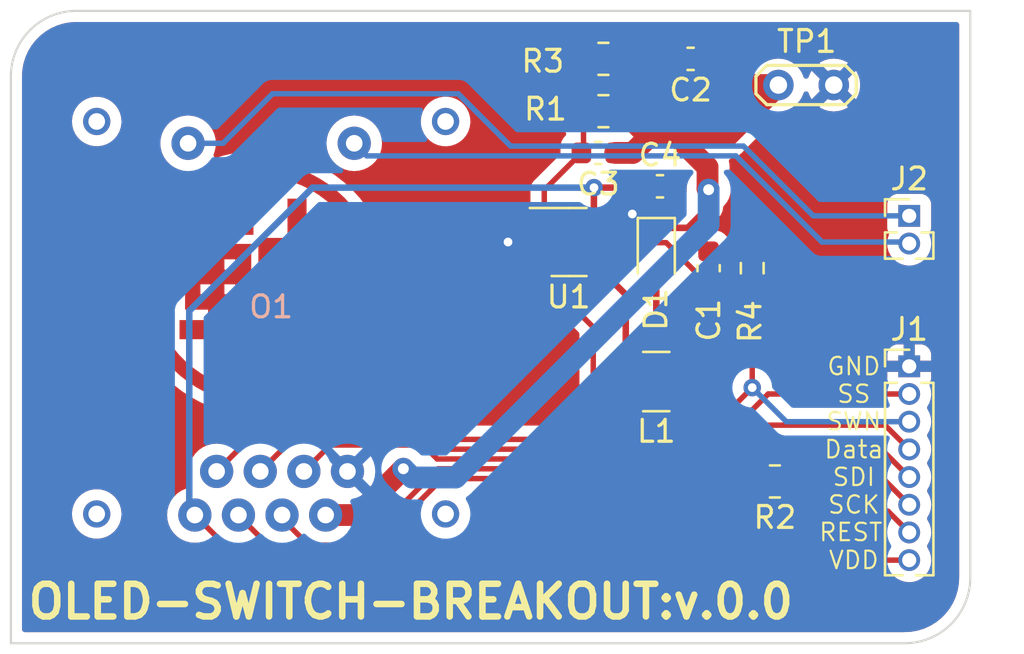
<source format=kicad_pcb>
(kicad_pcb (version 20211014) (generator pcbnew)
  (layers (0 "F.Cu" signal) (31 "B.Cu" signal) (34 "B.Paste" user) (35 "F.Paste" user) (36 "B.SilkS" user "B.Silkscreen") (37 "F.SilkS" user "F.Silkscreen") (38 "B.Mask" user) (39 "F.Mask" user) (44 "Edge.Cuts" user))
  (net 0 "")
  (net 1 "Net-(C1-Pad1)")
  (net 2 "GND")
  (net 3 "VCC")
  (net 4 "Net-(C3-Pad2)")
  (net 5 "Net-(D1-Pad2)")
  (net 6 "SHDN")
  (net 7 "Data")
  (net 8 "SDI")
  (net 9 "SCK")
  (net 10 "SlaveSelect")
  (net 11 "SW1")
  (net 12 "SW2")
  (net 13 "VDD")
  (net 14 "REST")
  (net 15 "Net-(O1-Pad7)")
  (footprint "Connector_PinHeader_1.27mm:PinHeader_1x02_P1.27mm_Vertical" (layer "F.Cu") (at 27.2 -5.6)
    (fp_text reference "J2" (at 0 -1.695) (layer "F.SilkS"))
    (fp_text value "sw_header")
    (fp_line (start -1.11 0.76) (end -1.11 1.965) (layer "F.SilkS") (width 0.12))
    (fp_line (start -1.11 1.965) (end -0.30753 1.965) (layer "F.SilkS") (width 0.12))
    (fp_line (start 1.11 0.76) (end 1.11 1.965) (layer "F.SilkS") (width 0.12))
    (fp_line (start 0.30753 1.965) (end 1.11 1.965) (layer "F.SilkS") (width 0.12))
    (fp_line (start -1.11 0) (end -1.11 -0.76) (layer "F.SilkS") (width 0.12))
    (fp_line (start -1.11 -0.76) (end 0 -0.76) (layer "F.SilkS") (width 0.12))
    (fp_line (start -1.11 0.76) (end -0.563471 0.76) (layer "F.SilkS") (width 0.12))
    (fp_line (start 0.563471 0.76) (end 1.11 0.76) (layer "F.SilkS") (width 0.12))
    (pad "1" thru_hole rect (at 0 0) (size 1 1) (drill 0.65) (layers *.Cu *.Mask) (net 11 "SW1"))
    (pad "2" thru_hole oval (at 0 1.27) (size 1 1) (drill 0.65) (layers *.Cu *.Mask) (net 12 "SW2"))
  )
  (footprint "Inductor_SMD:L_1210_3225Metric" (layer "F.Cu") (at 15.6 2 180)
    (fp_text reference "L1" (at 0 -2.28) (layer "F.SilkS"))
    (fp_text value "LQH32CN100K33L")
    (fp_line (start -0.602064 1.36) (end 0.602064 1.36) (layer "F.SilkS") (width 0.12))
    (fp_line (start -0.602064 -1.36) (end 0.602064 -1.36) (layer "F.SilkS") (width 0.12))
    (pad "1" smd roundrect (at -1.4 0 180) (size 1.25 2.65) (layers "F.Cu" "F.Paste" "F.Mask") (roundrect_rratio 0.2) (net 1 "Net-(C1-Pad1)"))
    (pad "2" smd roundrect (at 1.4 0 180) (size 1.25 2.65) (layers "F.Cu" "F.Paste" "F.Mask") (roundrect_rratio 0.2) (net 5 "Net-(D1-Pad2)"))
  )
  (footprint "TestPoint:TestPoint_2Pads_Pitch2.54mm_Drill0.8mm" (layer "F.Cu") (at 21.2 -11.6)
    (fp_text reference "TP1" (at 1.3 -2) (layer "F.SilkS"))
    (fp_text value "TestPoint_2Pole")
    (fp_line (start 3.07 -0.9) (end 3.57 -0.4) (layer "F.SilkS") (width 0.15))
    (fp_line (start -1.03 0.4) (end -1.03 -0.4) (layer "F.SilkS") (width 0.15))
    (fp_line (start -0.53 0.9) (end -1.03 0.4) (layer "F.SilkS") (width 0.15))
    (fp_line (start -1.03 -0.4) (end -0.53 -0.9) (layer "F.SilkS") (width 0.15))
    (fp_line (start -0.53 -0.9) (end 3.07 -0.9) (layer "F.SilkS") (width 0.15))
    (fp_line (start 3.57 0.4) (end 3.07 0.9) (layer "F.SilkS") (width 0.15))
    (fp_line (start 3.57 -0.4) (end 3.57 0.4) (layer "F.SilkS") (width 0.15))
    (fp_line (start 3.07 0.9) (end -0.53 0.9) (layer "F.SilkS") (width 0.15))
    (pad "1" thru_hole circle (at 0 0) (size 1.4 1.4) (drill 0.8) (layers *.Cu *.Mask) (net 3 "VCC"))
    (pad "2" thru_hole circle (at 2.54 0) (size 1.4 1.4) (drill 0.8) (layers *.Cu *.Mask) (net 2 "GND"))
  )
  (footprint "Capacitor_SMD:C_0603_1608Metric" (layer "F.Cu") (at 17.999999 -3.2 90)
    (fp_text reference "C1" (at -2.386427 0.007304 90) (layer "F.SilkS"))
    (fp_text value "4.7uF")
    (fp_line (start -0.14058 -0.51) (end 0.14058 -0.51) (layer "F.SilkS") (width 0.12))
    (fp_line (start -0.14058 0.51) (end 0.14058 0.51) (layer "F.SilkS") (width 0.12))
    (pad "1" smd roundrect (at -0.775 0 90) (size 0.9 0.95) (layers "F.Cu" "F.Paste" "F.Mask") (net 1 "Net-(C1-Pad1)"))
    (pad "2" smd roundrect (at 0.775 0 90) (size 0.9 0.95) (layers "F.Cu" "F.Paste" "F.Mask") (net 2 "GND"))
  )
  (footprint "Diode_SMD:D_SOD-323" (layer "F.Cu") (at 15.6 -4 -90)
    (fp_text reference "D1" (at 2.688414 0.017805 -90) (layer "F.SilkS"))
    (fp_text value "D_Schottky")
    (fp_line (start -1.5 -0.85) (end 1.05 -0.85) (layer "F.SilkS") (width 0.12))
    (fp_line (start -1.5 0.85) (end 1.05 0.85) (layer "F.SilkS") (width 0.12))
    (fp_line (start -1.5 -0.85) (end -1.5 0.85) (layer "F.SilkS") (width 0.12))
    (pad "1" smd rect (at -1.05 0 270) (size 0.6 0.45) (layers "F.Cu" "F.Paste" "F.Mask") (net 3 "VCC"))
    (pad "2" smd rect (at 1.05 0 270) (size 0.6 0.45) (layers "F.Cu" "F.Paste" "F.Mask") (net 5 "Net-(D1-Pad2)"))
  )
  (footprint "Capacitor_SMD:C_0603_1608Metric" (layer "F.Cu") (at 17.175 -12.8 180)
    (fp_text reference "C2" (at 0 -1.43) (layer "F.SilkS"))
    (fp_text value "1uF")
    (fp_line (start -0.14058 -0.51) (end 0.14058 -0.51) (layer "F.SilkS") (width 0.12))
    (fp_line (start -0.14058 0.51) (end 0.14058 0.51) (layer "F.SilkS") (width 0.12))
    (pad "1" smd roundrect (at -0.775 0 180) (size 0.9 0.95) (layers "F.Cu" "F.Paste" "F.Mask") (net 3 "VCC"))
    (pad "2" smd roundrect (at 0.775 0 180) (size 0.9 0.95) (layers "F.Cu" "F.Paste" "F.Mask") (net 2 "GND"))
  )
  (footprint "Resistor_SMD:R_0805_2012Metric" (layer "F.Cu") (at 13.175 -10.4)
    (fp_text reference "R1" (at -2.659548 -0.094257) (layer "F.SilkS"))
    (fp_text value "6.04M")
    (fp_line (start -0.227064 -0.735) (end 0.227064 -0.735) (layer "F.SilkS") (width 0.12))
    (fp_line (start -0.227064 0.735) (end 0.227064 0.735) (layer "F.SilkS") (width 0.12))
    (pad "1" smd roundrect (at -0.9125 0) (size 1.025 1.4) (layers "F.Cu" "F.Paste" "F.Mask") (roundrect_rratio 0.243902439) (net 4 "Net-(C3-Pad2)"))
    (pad "2" smd roundrect (at 0.9125 0) (size 1.025 1.4) (layers "F.Cu" "F.Paste" "F.Mask") (roundrect_rratio 0.243902439) (net 3 "VCC"))
  )
  (footprint "Resistor_SMD:R_0805_2012Metric" (layer "F.Cu") (at 21.039821 6.58122 180)
    (fp_text reference "R2" (at 0 -1.65) (layer "F.SilkS"))
    (fp_text value "25")
    (fp_line (start -0.227064 0.735) (end 0.227064 0.735) (layer "F.SilkS") (width 0.12))
    (fp_line (start -0.227064 -0.735) (end 0.227064 -0.735) (layer "F.SilkS") (width 0.12))
    (pad "1" smd roundrect (at -0.9125 0 180) (size 1.025 1.4) (layers "F.Cu" "F.Paste" "F.Mask") (roundrect_rratio 0.243902439) (net 9 "SCK"))
    (pad "2" smd roundrect (at 0.9125 0 180) (size 1.025 1.4) (layers "F.Cu" "F.Paste" "F.Mask") (roundrect_rratio 0.243902439) (net 15 "Net-(O1-Pad7)"))
  )
  (footprint "Capacitor_SMD:C_0603_1608Metric" (layer "F.Cu") (at 12.940167 -8.48661 180)
    (fp_text reference "C3" (at 0 -1.43) (layer "F.SilkS"))
    (fp_text value "4.7pF")
    (fp_line (start -0.14058 0.51) (end 0.14058 0.51) (layer "F.SilkS") (width 0.12))
    (fp_line (start -0.14058 -0.51) (end 0.14058 -0.51) (layer "F.SilkS") (width 0.12))
    (pad "1" smd roundrect (at -0.775 0 180) (size 0.9 0.95) (layers "F.Cu" "F.Paste" "F.Mask") (net 3 "VCC"))
    (pad "2" smd roundrect (at 0.775 0 180) (size 0.9 0.95) (layers "F.Cu" "F.Paste" "F.Mask") (net 4 "Net-(C3-Pad2)"))
  )
  (footprint "Connector_PinHeader_1.27mm:PinHeader_1x08_P1.27mm_Vertical" (layer "F.Cu") (at 27.2 1.3)
    (fp_text reference "J1" (at 0 -1.695) (layer "F.SilkS"))
    (fp_text value "8-pin header")
    (fp_line (start 0.563471 0.76) (end 1.11 0.76) (layer "F.SilkS") (width 0.12))
    (fp_line (start 1.11 0.76) (end 1.11 9.585) (layer "F.SilkS") (width 0.12))
    (fp_line (start -1.11 -0.76) (end 0 -0.76) (layer "F.SilkS") (width 0.12))
    (fp_line (start 0.30753 9.585) (end 1.11 9.585) (layer "F.SilkS") (width 0.12))
    (fp_line (start -1.11 0.76) (end -0.563471 0.76) (layer "F.SilkS") (width 0.12))
    (fp_line (start -1.11 9.585) (end -0.30753 9.585) (layer "F.SilkS") (width 0.12))
    (fp_line (start -1.11 0.76) (end -1.11 9.585) (layer "F.SilkS") (width 0.12))
    (fp_line (start -1.11 0) (end -1.11 -0.76) (layer "F.SilkS") (width 0.12))
    (pad "1" thru_hole rect (at 0 0) (size 1 1) (drill 0.65) (layers *.Cu *.Mask) (net 2 "GND"))
    (pad "2" thru_hole oval (at 0 1.27) (size 1 1) (drill 0.65) (layers *.Cu *.Mask) (net 10 "SlaveSelect"))
    (pad "3" thru_hole oval (at 0 2.54) (size 1 1) (drill 0.65) (layers *.Cu *.Mask) (net 6 "SHDN"))
    (pad "4" thru_hole oval (at 0 3.81) (size 1 1) (drill 0.65) (layers *.Cu *.Mask) (net 7 "Data"))
    (pad "5" thru_hole oval (at 0 5.08) (size 1 1) (drill 0.65) (layers *.Cu *.Mask) (net 8 "SDI"))
    (pad "6" thru_hole oval (at 0 6.35) (size 1 1) (drill 0.65) (layers *.Cu *.Mask) (net 9 "SCK"))
    (pad "7" thru_hole oval (at 0 7.62) (size 1 1) (drill 0.65) (layers *.Cu *.Mask) (net 14 "REST"))
    (pad "8" thru_hole oval (at 0 8.89) (size 1 1) (drill 0.65) (layers *.Cu *.Mask) (net 13 "VDD"))
  )
  (footprint "Resistor_SMD:R_0805_2012Metric" (layer "F.Cu") (at 13.175 -12.8 180)
    (fp_text reference "R3" (at 2.778638 -0.107989) (layer "F.SilkS"))
    (fp_text value "499k")
    (fp_line (start -0.227064 -0.735) (end 0.227064 -0.735) (layer "F.SilkS") (width 0.12))
    (fp_line (start -0.227064 0.735) (end 0.227064 0.735) (layer "F.SilkS") (width 0.12))
    (pad "1" smd roundrect (at -0.9125 0 180) (size 1.025 1.4) (layers "F.Cu" "F.Paste" "F.Mask") (roundrect_rratio 0.243902439) (net 2 "GND"))
    (pad "2" smd roundrect (at 0.9125 0 180) (size 1.025 1.4) (layers "F.Cu" "F.Paste" "F.Mask") (roundrect_rratio 0.243902439) (net 4 "Net-(C3-Pad2)"))
  )
  (footprint "Resistor_SMD:R_0603_1608Metric" (layer "F.Cu") (at 20 -3.2 -90)
    (fp_text reference "R4" (at 2.451385 0.098082 90) (layer "F.SilkS"))
    (fp_text value "10k")
    (fp_line (start -0.237258 -0.5225) (end 0.237258 -0.5225) (layer "F.SilkS") (width 0.12))
    (fp_line (start -0.237258 0.5225) (end 0.237258 0.5225) (layer "F.SilkS") (width 0.12))
    (pad "1" smd roundrect (at -0.825 0 270) (size 0.8 0.95) (layers "F.Cu" "F.Paste" "F.Mask") (net 2 "GND"))
    (pad "2" smd roundrect (at 0.825 0 270) (size 0.8 0.95) (layers "F.Cu" "F.Paste" "F.Mask") (net 6 "SHDN"))
  )
  (footprint "Package_TO_SOT_SMD:SOT-23-6" (layer "F.Cu") (at 11.6 -4.4)
    (fp_text reference "U1" (at -0.021653 2.519938) (layer "F.SilkS"))
    (fp_text value "MAX8574")
    (fp_line (start 0 1.56) (end 0.8 1.56) (layer "F.SilkS") (width 0.12))
    (fp_line (start 0 -1.56) (end -1.8 -1.56) (layer "F.SilkS") (width 0.12))
    (fp_line (start 0 -1.56) (end 0.8 -1.56) (layer "F.SilkS") (width 0.12))
    (fp_line (start 0 1.56) (end -0.8 1.56) (layer "F.SilkS") (width 0.12))
    (pad "1" smd roundrect (at -1.1375 -0.95) (size 1.325 0.6) (layers "F.Cu" "F.Paste" "F.Mask") (net 4 "Net-(C3-Pad2)"))
    (pad "2" smd roundrect (at -1.1375 0) (size 1.325 0.6) (layers "F.Cu" "F.Paste" "F.Mask") (net 2 "GND"))
    (pad "3" smd roundrect (at -1.1375 0.95) (size 1.325 0.6) (layers "F.Cu" "F.Paste" "F.Mask") (net 6 "SHDN"))
    (pad "4" smd roundrect (at 1.1375 0.95) (size 1.325 0.6) (layers "F.Cu" "F.Paste" "F.Mask") (net 5 "Net-(D1-Pad2)"))
    (pad "5" smd roundrect (at 1.1375 0) (size 1.325 0.6) (layers "F.Cu" "F.Paste" "F.Mask") (net 1 "Net-(C1-Pad1)"))
    (pad "6" smd roundrect (at 1.1375 -0.95) (size 1.325 0.6) (layers "F.Cu" "F.Paste" "F.Mask") (net 13 "VDD"))
  )
  (footprint "Capacitor_SMD:C_0603_1608Metric" (layer "F.Cu") (at 15.77 -6.955)
    (fp_text reference "C4" (at 0 -1.43) (layer "F.SilkS"))
    (fp_text value "1uF")
    (fp_line (start -0.14058 0.51) (end 0.14058 0.51) (layer "F.SilkS") (width 0.12))
    (fp_line (start -0.14058 -0.51) (end 0.14058 -0.51) (layer "F.SilkS") (width 0.12))
    (pad "1" smd roundrect (at -0.775 0) (size 0.9 0.95) (layers "F.Cu" "F.Paste" "F.Mask") (net 13 "VDD"))
    (pad "2" smd roundrect (at 0.775 0) (size 0.9 0.95) (layers "F.Cu" "F.Paste" "F.Mask") (net 2 "GND"))
  )
  (footprint "logo:icon-temp" (layer "F.Cu") (at -2.645 -2.51)
    (fp_text reference "H1" hide)
    (fp_text value "LOGO" hide)
    (fp_poly (pts (xy -1.4605 -3.090333) (xy -0.232833 -3.090333) (xy -0.232833 -2.2225) (xy -1.4605 -2.2225) (xy -1.4605 -1.799166) (xy -0.338666 -1.799166) (xy -0.338666 1.2065) (xy -1.4605 1.2065) (xy -1.4605 1.69273) (xy -0.799041 1.698324) (xy -0.137583 1.703917) (xy -0.126125 2.560563) (xy -0.788021 2.566156) (xy -1.449916 2.57175) (xy -1.461112 3.8735) (xy -2.307166 3.8735) (xy -2.307166 2.561167) (xy -3.6195 2.561167) (xy -3.6195 1.693334) (xy -2.307166 1.693334) (xy -2.307166 1.2065) (xy -3.3655 1.2065) (xy -3.3655 0.042334) (xy -2.667 0.042334) (xy -2.667 0.508) (xy -2.201333 0.508) (xy -2.201333 0.042334) (xy -1.566333 0.042334) (xy -1.566333 0.508) (xy -1.058333 0.508) (xy -1.058333 0.042334) (xy -1.566333 0.042334) (xy -2.201333 0.042334) (xy -2.667 0.042334) (xy -3.3655 0.042334) (xy -3.3655 -1.100666) (xy -2.667 -1.100666) (xy -2.667 -0.613833) (xy -2.201333 -0.613833) (xy -2.201333 -1.100666) (xy -1.566333 -1.100666) (xy -1.566333 -0.613833) (xy -1.058333 -0.613833) (xy -1.058333 -1.100666) (xy -1.566333 -1.100666) (xy -2.201333 -1.100666) (xy -2.667 -1.100666) (xy -3.3655 -1.100666) (xy -3.3655 -1.799166) (xy -2.307166 -1.799166) (xy -2.307166 -2.2225) (xy -3.534833 -2.2225) (xy -3.534833 -3.090333) (xy -2.307166 -3.090333) (xy -2.307166 -3.8735) (xy -1.4605 -3.8735) (xy -1.4605 -3.090333)) (layer "F.Cu") (width 0.01) (fill solid))
    (fp_poly (pts (xy 0.202977 -5.543092) (xy 0.372553 -5.538424) (xy 0.519128 -5.530867) (xy 0.609376 -5.52309) (xy 1.083437 -5.450107) (xy 1.545537 -5.337451) (xy 1.993497 -5.186617) (xy 2.425136 -4.9991) (xy 2.838273 -4.776395) (xy 3.230729 -4.519997) (xy 3.600322 -4.231402) (xy 3.944873 -3.912104) (xy 4.2622 -3.563599) (xy 4.550124 -3.187382) (xy 4.806464 -2.784948) (xy 4.929019 -2.561065) (xy 5.120152 -2.156964) (xy 5.273252 -1.754599) (xy 5.391341 -1.345384) (xy 5.447539 -1.088406) (xy 5.48373 -0.888112) (xy 5.510389 -0.705469) (xy 5.528694 -0.527387) (xy 5.539826 -0.340773) (xy 5.544966 -0.132538) (xy 5.545667 0) (xy 5.544405 0.144298) (xy 5.540909 0.290562) (xy 5.535614 0.427073) (xy 5.528952 0.542112) (xy 5.52309 0.609376) (xy 5.450303 1.082603) (xy 5.338264 1.542861) (xy 5.188594 1.988203) (xy 5.002914 2.41668) (xy 4.782846 2.826345) (xy 4.530011 3.215249) (xy 4.24603 3.581444) (xy 3.932525 3.922982) (xy 3.591117 4.237916) (xy 3.223428 4.524296) (xy 2.831079 4.780176) (xy 2.415691 5.003606) (xy 1.978886 5.192639) (xy 1.600677 5.322186) (xy 1.40017 5.377079) (xy 1.174584 5.428964) (xy 0.941173 5.474343) (xy 0.717187 5.50972) (xy 0.609376 5.52309) (xy 0.50866 5.530985) (xy 0.375626 5.536801) (xy 0.219888 5.540546) (xy 0.051061 5.542227) (xy -0.121241 5.541851) (xy -0.287405 5.539426) (xy -0.437817 5.534959) (xy -0.562862 5.528456) (xy -0.635 5.522159) (xy -1.105215 5.448089) (xy -1.561597 5.335221) (xy -2.00239 5.185333) (xy -2.425835 5.0002) (xy -2.830177 4.781601) (xy -3.213658 4.531312) (xy -3.574521 4.25111) (xy -3.91101 3.942772) (xy -4.221366 3.608074) (xy -4.503833 3.248795) (xy -4.756655 2.866709) (xy -4.978073 2.463596) (xy -5.166332 2.041231) (xy -5.319673 1.601391) (xy -5.436341 1.145853) (xy -5.514577 0.676395) (xy -5.526003 0.575791) (xy -5.536962 0.427877) (xy -5.542905 0.25059) (xy -5.544113 0.05386) (xy -5.543334 0.004425) (xy -4.907491 0.004425) (xy -4.885355 0.457431) (xy -4.821618 0.913701) (xy -4.813796 0.954969) (xy -4.7092 1.385287) (xy -4.565709 1.802114) (xy -4.385288 2.203027) (xy -4.169904 2.585606) (xy -3.92152 2.947431) (xy -3.642104 3.286081) (xy -3.33362 3.599134) (xy -2.998032 3.884169) (xy -2.637308 4.138767) (xy -2.253412 4.360506) (xy -1.92277 4.516086) (xy -1.501117 4.67255) (xy -1.066883 4.789915) (xy -0.624213 4.86753) (xy -0.177249 4.904745) (xy 0.269863 4.900908) (xy 0.4445 4.888041) (xy 0.845594 4.833472) (xy 1.247157 4.745088) (xy 1.639936 4.625657) (xy 2.014677 4.477949) (xy 2.324785 4.325354) (xy 2.408537 4.277584) (xy 2.507306 4.217921) (xy 2.61404 4.151008) (xy 2.721682 4.081483) (xy 2.823178 4.013987) (xy 2.911473 3.953161) (xy 2.979512 3.903645) (xy 3.020242 3.87008) (xy 3.02563 3.864367) (xy 3.03596 3.846688) (xy 3.025339 3.836662) (xy 2.98664 3.832188) (xy 2.913009 3.831167) (xy 2.772834 3.831167) (xy 2.772834 3.407834) (xy 0.8255 3.407834) (xy 0.8255 3.8735) (xy 0 3.8735) (xy 0 1.037167) (xy 0.8255 1.037167) (xy 0.8255 2.518834) (xy 1.354667 2.518834) (xy 1.354667 1.037167) (xy 2.180167 1.037167) (xy 2.180167 2.518834) (xy 2.772834 2.518834) (xy 2.772834 1.037167) (xy 2.180167 1.037167) (xy 1.354667 1.037167) (xy 0.8255 1.037167) (xy 0 1.037167) (xy 0 -1.2065) (xy 0.8255 -1.2065) (xy 0.8255 0.148167) (xy 1.354667 0.148167) (xy 1.354667 -1.2065) (xy 2.180167 -1.2065) (xy 2.180167 0.148167) (xy 2.772834 0.148167) (xy 2.772834 -1.2065) (xy 2.180167 -1.2065) (xy 1.354667 -1.2065) (xy 0.8255 -1.2065) (xy 0 -1.2065) (xy 0 -2.074333) (xy 1.3335 -2.074333) (xy 1.3335 -3.8735) (xy 2.201334 -3.8735) (xy 2.201334 -2.074333) (xy 3.619339 -2.074333) (xy 3.624711 0.618724) (xy 3.630084 3.311781) (xy 3.787093 3.121682) (xy 4.056976 2.762855) (xy 4.289469 2.386963) (xy 4.484693 1.996561) (xy 4.642773 1.5942) (xy 4.763832 1.182434) (xy 4.847991 0.763816) (xy 4.895375 0.340899) (xy 4.906107 -0.083764) (xy 4.880308 -0.50762) (xy 4.818103 -0.928115) (xy 4.719614 -1.342697) (xy 4.584964 -1.748813) (xy 4.414276 -2.143908) (xy 4.207674 -2.525432) (xy 3.96528 -2.89083) (xy 3.687217 -3.237548) (xy 3.469594 -3.469593) (xy 3.133166 -3.776514) (xy 2.77294 -4.048942) (xy 2.390953 -4.285916) (xy 1.989241 -4.486478) (xy 1.569843 -4.649668) (xy 1.134797 -4.774527) (xy 0.68614 -4.860097) (xy 0.456699 -4.887911) (xy 0.016045 -4.910259) (xy -0.424179 -4.891487) (xy -0.860701 -4.832714) (xy -1.290248 -4.735057) (xy -1.709549 -4.599635) (xy -2.115331 -4.427565) (xy -2.504321 -4.219967) (xy -2.873248 -3.977957) (xy -3.218839 -3.702654) (xy -3.343428 -3.589481) (xy -3.666037 -3.257558) (xy -3.952978 -2.90403) (xy -4.203593 -2.530935) (xy -4.417221 -2.140311) (xy -4.593203 -1.734195) (xy -4.730881 -1.314626) (xy -4.829594 -0.883641) (xy -4.888684 -0.443278) (xy -4.907491 0.004425) (xy -5.543334 0.004425) (xy -5.540863 -0.152382) (xy -5.533435 -0.358206) (xy -5.522105 -0.553683) (xy -5.507154 -0.728881) (xy -5.48886 -0.873871) (xy -5.484614 -0.899583) (xy -5.416982 -1.240779) (xy -5.33644 -1.554817) (xy -5.238902 -1.855945) (xy -5.130871 -2.13329) (xy -4.9241 -2.574237) (xy -4.683679 -2.989738) (xy -4.408596 -3.381306) (xy -4.097839 -3.750455) (xy -3.9377 -3.918123) (xy -3.58427 -4.244167) (xy -3.205657 -4.537085) (xy -2.804438 -4.795633) (xy -2.38319 -5.018569) (xy -1.944489 -5.20465) (xy -1.490912 -5.352634) (xy -1.025036 -5.461279) (xy -0.609376 -5.52309) (xy -0.487884 -5.532869) (xy -0.33503 -5.539759) (xy -0.161687 -5.54376) (xy 0.021273 -5.544871) (xy 0.202977 -5.543092)) (layer "F.Cu") (width 0.01) (fill solid))
  )
  (footprint "Display:AT9704-085L" (layer "F.Cu") (at -2.064061 -0.928148)
    (fp_text reference "O1" (at 0 -0.5 unlocked) (layer "B.SilkS"))
    (fp_text value "ISF15ACP4")
    (pad "" np_thru_hole circle (at -8 -9 90) (size 1.25 1.25) (drill 0.762) (layers F&B.Cu *.Mask))
    (pad "" np_thru_hole circle (at 8 -9 90) (size 1.25 1.25) (drill 0.762) (layers F&B.Cu *.Mask))
    (pad "" np_thru_hole circle (at 8 9 90) (size 1.25 1.25) (drill 0.762) (layers F&B.Cu *.Mask))
    (pad "" np_thru_hole circle (at -8 9 90) (size 1.25 1.25) (drill 0.762) (layers F&B.Cu *.Mask))
    (pad "1" thru_hole circle (at -3.81 -8) (size 1.524 1.524) (drill 0.762) (layers *.Cu *.Mask) (net 11 "SW1"))
    (pad "2" thru_hole circle (at 3.81 -8) (size 1.524 1.524) (drill 0.762) (layers *.Cu *.Mask) (net 12 "SW2"))
    (pad "3" thru_hole circle (at -3.5 9.05) (size 1.524 1.524) (drill 0.762) (layers *.Cu *.Mask) (net 13 "VDD"))
    (pad "4" thru_hole circle (at -2.5 7.05) (size 1.524 1.524) (drill 0.762) (layers *.Cu *.Mask) (net 10 "SlaveSelect"))
    (pad "5" thru_hole circle (at -1.5 9.05) (size 1.524 1.524) (drill 0.762) (layers *.Cu *.Mask) (net 14 "REST"))
    (pad "6" thru_hole circle (at -0.5 7.05) (size 1.524 1.524) (drill 0.762) (layers *.Cu *.Mask) (net 7 "Data"))
    (pad "7" thru_hole circle (at 0.5 9.05) (size 1.524 1.524) (drill 0.762) (layers *.Cu *.Mask) (net 15 "Net-(O1-Pad7)"))
    (pad "8" thru_hole circle (at 1.5 7.05 90) (size 1.524 1.524) (drill 0.762) (layers *.Cu *.Mask) (net 8 "SDI"))
    (pad "9" thru_hole circle (at 2.5 9.05) (size 1.524 1.524) (drill 0.762) (layers *.Cu *.Mask) (net 3 "VCC"))
    (pad "10" thru_hole circle (at 3.5 7.05 90) (size 1.524 1.524) (drill 0.762) (layers *.Cu *.Mask) (net 2 "GND"))
  )
  (gr_line (start -14 14) (end -14 -12) (layer "Edge.Cuts") (width 0.1))
  (gr_arc (start 30 11) (mid 29.12132 13.12132) (end 27 14) (layer "Edge.Cuts") (width 0.1))
  (gr_line (start 27 14) (end -14 14) (layer "Edge.Cuts") (width 0.1))
  (gr_arc (start -14 -12) (mid -13.12132 -14.12132) (end -11 -15) (layer "Edge.Cuts") (width 0.1))
  (gr_line (start 30 -15) (end 30 11) (layer "Edge.Cuts") (width 0.1))
  (gr_line (start -11 -15) (end 30 -15) (layer "Edge.Cuts") (width 0.1))
  (gr_text "REST" (at 24.519257 8.909173) (layer "F.SilkS") (effects (font (size 0.8 0.8) (thickness 0.1))))
  (gr_text "VDD" (at 24.66 10.19) (layer "F.SilkS") (effects (font (size 0.8 0.8) (thickness 0.1))))
  (gr_text "GND\n" (at 24.66 1.3) (layer "F.SilkS") (effects (font (size 0.8 0.8) (thickness 0.1))))
  (gr_text "SS\n" (at 24.66 2.57) (layer "F.SilkS") (effects (font (size 0.8 0.8) (thickness 0.1))))
  (gr_text "SWN\n\n" (at 24.66 4.475) (layer "F.SilkS") (effects (font (size 0.8 0.8) (thickness 0.1))))
  (gr_text "SCK\n" (at 24.66 7.65) (layer "F.SilkS") (effects (font (size 0.8 0.8) (thickness 0.1))))
  (gr_text "SDI\n" (at 24.66 6.38) (layer "F.SilkS") (effects (font (size 0.8 0.8) (thickness 0.1))))
  (gr_text "OLED-SWITCH-BREAKOUT:v.0.0\n" (at 4.34 12.095) (layer "F.SilkS") (effects (font (size 1.5 1.5) (thickness 0.3))))
  (gr_text "Data" (at 24.66 5.11) (layer "F.SilkS") (effects (font (size 0.8 0.8) (thickness 0.1))))
  (segment (start 17.999999 -2.425) (end 17.999999 1.000001) (width 0.25) (layer "F.Cu") (net 1))
  (segment (start 17.999999 1.000001) (end 17 2) (width 0.25) (layer "F.Cu") (net 1))
  (segment (start 12.767061 -4.370439) (end 16.05456 -4.370439) (width 0.25) (layer "F.Cu") (net 1))
  (segment (start 16.05456 -4.370439) (end 17.999999 -2.425) (width 0.25) (layer "F.Cu") (net 1))
  (segment (start 10.4625 -4.4) (end 8.8 -4.4) (width 0.3) (layer "F.Cu") (net 2))
  (segment (start 15.275 -5.685) (end 14.5 -5.685) (width 0.3) (layer "F.Cu") (net 2))
  (segment (start 16.545 -6.955) (end 15.275 -5.685) (width 0.3) (layer "F.Cu") (net 2))
  (via (at 14.5 -5.685) (size 0.8) (drill 0.4) (layers "F.Cu" "B.Cu") (net 2))
  (via (at 8.8 -4.4) (size 0.8) (drill 0.4) (layers "F.Cu" "B.Cu") (net 2))
  (segment (start 16.556988 -9.22548) (end 17.95 -7.832468) (width 1) (layer "F.Cu") (net 3))
  (segment (start 15.26202 -9.22548) (end 16.556988 -9.22548) (width 1) (layer "F.Cu") (net 3))
  (segment (start 18.82548 -9.22548) (end 21.2 -11.6) (width 1) (layer "F.Cu") (net 3))
  (segment (start 14.0875 -10.4) (end 15.26202 -9.22548) (width 1) (layer "F.Cu") (net 3))
  (segment (start 17.95 -6.85) (end 18 -6.8) (width 1) (layer "F.Cu") (net 3))
  (segment (start 1.878148 8.121852) (end 0.435939 8.121852) (width 1) (layer "F.Cu") (net 3))
  (segment (start 21.2 -11.6) (end 19.15 -11.6) (width 1) (layer "F.Cu") (net 3))
  (segment (start 19.15 -11.6) (end 17.95 -12.8) (width 1) (layer "F.Cu") (net 3))
  (segment (start 16.556988 -9.22548) (end 18.82548 -9.22548) (width 1) (layer "F.Cu") (net 3))
  (segment (start 15.6 -5.05) (end 17.04 -5.05) (width 0.3) (layer "F.Cu") (net 3))
  (segment (start 14.52315 -8.48661) (end 15.26202 -9.22548) (width 1) (layer "F.Cu") (net 3))
  (segment (start 18 -6.01) (end 18 -6.8) (width 0.3) (layer "F.Cu") (net 3))
  (segment (start 17.04 -5.05) (end 18 -6.01) (width 0.3) (layer "F.Cu") (net 3))
  (segment (start 4 6) (end 1.878148 8.121852) (width 1) (layer "F.Cu") (net 3))
  (segment (start 13.715167 -8.48661) (end 14.52315 -8.48661) (width 1) (layer "F.Cu") (net 3))
  (segment (start 17.95 -7.832468) (end 17.95 -6.85) (width 1) (layer "F.Cu") (net 3))
  (via (at 4 6) (size 1) (drill 0.5) (layers "F.Cu" "B.Cu") (net 3))
  (via (at 18 -6.8) (size 1) (drill 0.5) (layers "F.Cu" "B.Cu") (net 3))
  (segment (start 18 -5.2) (end 18 -6.8) (width 1) (layer "B.Cu") (net 3))
  (segment (start 6.4 6.4) (end 18 -5.2) (width 1) (layer "B.Cu") (net 3))
  (segment (start 4.4 6.4) (end 6.4 6.4) (width 1) (layer "B.Cu") (net 3))
  (segment (start 4 6) (end 4.4 6.4) (width 1) (layer "B.Cu") (net 3))
  (segment (start 12.078557 -8.4) (end 10.4625 -6.783943) (width 0.25) (layer "F.Cu") (net 4))
  (segment (start 12.2625 -12.8) (end 12.2625 -10.4) (width 0.25) (layer "F.Cu") (net 4))
  (segment (start 12.425 -8.4) (end 12.078557 -8.4) (width 0.25) (layer "F.Cu") (net 4))
  (segment (start 12.2625 -10.4) (end 12.2625 -8.5625) (width 0.25) (layer "F.Cu") (net 4))
  (segment (start 10.4625 -6.783943) (end 10.4625 -5.35) (width 0.25) (layer "F.Cu") (net 4))
  (segment (start 15.6 -2.95) (end 15.6 0.6) (width 0.3) (layer "F.Cu") (net 5))
  (segment (start 15.6 0.6) (end 14.2 2) (width 0.3) (layer "F.Cu") (net 5))
  (segment (start 12.7375 -3.45) (end 14.2 -1.9875) (width 0.3) (layer "F.Cu") (net 5))
  (segment (start 14.2 -1.9875) (end 14.2 2) (width 0.3) (layer "F.Cu") (net 5))
  (segment (start 20 -2.375) (end 20 2.27788) (width 0.25) (layer "F.Cu") (net 6))
  (segment (start 12.708717 -0.491283) (end 10.4625 -2.7375) (width 0.25) (layer "F.Cu") (net 6))
  (segment (start 18.45464 3.82324) (end 13.42324 3.82324) (width 0.25) (layer "F.Cu") (net 6))
  (segment (start 13.42324 3.82324) (end 12.708717 3.108717) (width 0.25) (layer "F.Cu") (net 6))
  (segment (start 10.4625 -2.7375) (end 10.4625 -3.45) (width 0.25) (layer "F.Cu") (net 6))
  (segment (start 20 2.27788) (end 18.45464 3.82324) (width 0.25) (layer "F.Cu") (net 6))
  (segment (start 12.708717 3.108717) (end 12.708717 -0.491283) (width 0.25) (layer "F.Cu") (net 6))
  (via (at 20 2.27788) (size 0.8) (drill 0.4) (layers "F.Cu" "B.Cu") (net 6))
  (segment (start 27.2 3.84) (end 21.56212 3.84) (width 0.25) (layer "B.Cu") (net 6))
  (segment (start 21.56212 3.84) (end 20 2.27788) (width 0.25) (layer "B.Cu") (net 6))
  (segment (start -2.564061 6.121852) (end -0.902858 4.460649) (width 0.25) (layer "F.Cu") (net 7))
  (segment (start -0.902858 4.460649) (end 5.096367 4.460649) (width 0.25) (layer "F.Cu") (net 7))
  (segment (start 18.837252 5.10096) (end 19.938212 4) (width 0.25) (layer "F.Cu") (net 7))
  (segment (start 26.09 4) (end 27.2 5.11) (width 0.25) (layer "F.Cu") (net 7))
  (segment (start 19.938212 4) (end 26.09 4) (width 0.25) (layer "F.Cu") (net 7))
  (segment (start 5.736678 5.10096) (end 18.837252 5.10096) (width 0.25) (layer "F.Cu") (net 7))
  (segment (start 5.096367 4.460649) (end 5.736678 5.10096) (width 0.25) (layer "F.Cu") (net 7))
  (segment (start 25.62 4.8) (end 27.2 6.38) (width 0.25) (layer "F.Cu") (net 8))
  (segment (start -0.564061 6.121852) (end 0.647622 4.910169) (width 0.25) (layer "F.Cu") (net 8))
  (segment (start 19.77393 4.8) (end 25.62 4.8) (width 0.25) (layer "F.Cu") (net 8))
  (segment (start 0.647622 4.910169) (end 4.910169 4.910169) (width 0.25) (layer "F.Cu") (net 8))
  (segment (start 4.910169 4.910169) (end 5.55048 5.55048) (width 0.25) (layer "F.Cu") (net 8))
  (segment (start 19.02345 5.55048) (end 19.77393 4.8) (width 0.25) (layer "F.Cu") (net 8))
  (segment (start 5.55048 5.55048) (end 19.02345 5.55048) (width 0.25) (layer "F.Cu") (net 8))
  (segment (start 26.13122 6.58122) (end 27.2 7.65) (width 0.25) (layer "F.Cu") (net 9))
  (segment (start 21.952321 6.58122) (end 26.13122 6.58122) (width 0.25) (layer "F.Cu") (net 9))
  (segment (start 18.651054 4.65144) (end 20.732494 2.57) (width 0.25) (layer "F.Cu") (net 10))
  (segment (start 5.922876 4.65144) (end 18.651054 4.65144) (width 0.25) (layer "F.Cu") (net 10))
  (segment (start -4.564061 6.121852) (end -2.453338 4.011129) (width 0.25) (layer "F.Cu") (net 10))
  (segment (start 20.732494 2.57) (end 27.2 2.57) (width 0.25) (layer "F.Cu") (net 10))
  (segment (start -2.453338 4.011129) (end 5.282565 4.011129) (width 0.25) (layer "F.Cu") (net 10))
  (segment (start 5.282565 4.011129) (end 5.922876 4.65144) (width 0.25) (layer "F.Cu") (net 10))
  (segment (start 8.917859 -8.8) (end 19.6 -8.8) (width 0.25) (layer "B.Cu") (net 11))
  (segment (start -4.271852 -8.928148) (end -2 -11.2) (width 0.25) (layer "B.Cu") (net 11))
  (segment (start -5.874061 -8.928148) (end -4.271852 -8.928148) (width 0.25) (layer "B.Cu") (net 11))
  (segment (start 22.8 -5.6) (end 27.2 -5.6) (width 0.25) (layer "B.Cu") (net 11))
  (segment (start -2 -11.2) (end 6.517859 -11.2) (width 0.25) (layer "B.Cu") (net 11))
  (segment (start 19.6 -8.8) (end 22.8 -5.6) (width 0.25) (layer "B.Cu") (net 11))
  (segment (start 6.517859 -11.2) (end 8.917859 -8.8) (width 0.25) (layer "B.Cu") (net 11))
  (segment (start 2.323607 -8.35048) (end 1.745939 -8.928148) (width 0.25) (layer "B.Cu") (net 12))
  (segment (start 19.24952 -8.35048) (end 2.323607 -8.35048) (width 0.25) (layer "B.Cu") (net 12))
  (segment (start 27 -4.4) (end 23.2 -4.4) (width 0.25) (layer "B.Cu") (net 12))
  (segment (start 23.2 -4.4) (end 19.24952 -8.35048) (width 0.25) (layer "B.Cu") (net 12))
  (segment (start -3.285913 10.4) (end 6.035 10.4) (width 0.25) (layer "F.Cu") (net 13))
  (segment (start 12.742794 -6.894052) (end 14.934052 -6.894052) (width 0.3) (layer "F.Cu") (net 13))
  (segment (start 6.035 10.4) (end 9.53596 6.89904) (width 0.25) (layer "F.Cu") (net 13))
  (segment (start 9.53596 6.89904) (end 17.788442 6.89904) (width 0.25) (layer "F.Cu") (net 13))
  (segment (start 12.742794 -6.894052) (end 12.7375 -6.888758) (width 0.3) (layer "F.Cu") (net 13))
  (segment (start -5.564061 8.121852) (end -3.285913 10.4) (width 0.25) (layer "F.Cu") (net 13))
  (segment (start 22.8 8.4) (end 24.59 10.19) (width 0.25) (layer "F.Cu") (net 13))
  (segment (start 24.59 10.19) (end 27.2 10.19) (width 0.25) (layer "F.Cu") (net 13))
  (segment (start 19.289403 8.4) (end 22.8 8.4) (width 0.25) (layer "F.Cu") (net 13))
  (segment (start 17.788442 6.89904) (end 19.289403 8.4) (width 0.25) (layer "F.Cu") (net 13))
  (segment (start 12.7375 -6.888758) (end 12.7375 -5.35) (width 0.3) (layer "F.Cu") (net 13))
  (via (at 12.742794 -6.894052) (size 0.8) (drill 0.4) (layers "F.Cu" "B.Cu") (net 13))
  (segment (start -0.165948 -6.894052) (end -5.82 -1.24) (width 0.3) (layer "B.Cu") (net 13))
  (segment (start 12.742794 -6.894052) (end -0.165948 -6.894052) (width 0.3) (layer "B.Cu") (net 13))
  (segment (start -5.82 -1.24) (end -5.82 7.865913) (width 0.3) (layer "B.Cu") (net 13))
  (segment (start 26.23048 7.95048) (end 27.2 8.92) (width 0.25) (layer "F.Cu") (net 14))
  (segment (start 17.97464 6.44952) (end 19.4756 7.95048) (width 0.25) (layer "F.Cu") (net 14))
  (segment (start 19.4756 7.95048) (end 26.23048 7.95048) (width 0.25) (layer "F.Cu") (net 14))
  (segment (start 2.285238 9.95048) (end 5.786199 6.44952) (width 0.25) (layer "F.Cu") (net 14))
  (segment (start -1.757843 9.95048) (end 2.285238 9.95048) (width 0.25) (layer "F.Cu") (net 14))
  (segment (start 5.786199 6.44952) (end 17.97464 6.44952) (width 0.25) (layer "F.Cu") (net 14))
  (segment (start -3.564061 8.144262) (end -1.757843 9.95048) (width 0.25) (layer "F.Cu") (net 14))
  (segment (start 2.09904 9.50096) (end 5.600002 6) (width 0.25) (layer "F.Cu") (net 15))
  (segment (start 19.546101 6) (end 20.127321 6.58122) (width 0.25) (layer "F.Cu") (net 15))
  (segment (start -0.344595 9.50096) (end 2.09904 9.50096) (width 0.25) (layer "F.Cu") (net 15))
  (segment (start 5.600002 6) (end 19.546101 6) (width 0.25) (layer "F.Cu") (net 15))
  (segment (start -1.564061 8.281494) (end -0.344595 9.50096) (width 0.25) (layer "F.Cu") (net 15))
  (zone (net 2) (net_name "GND") (layer "F.Cu") (connect_pads (clearance 0.508)) (min_thickness 0.254) (fill yes (thermal_gap 0.508) (thermal_bridge_width 0.508))
    (polygon (pts (xy 29.990919 14.082616) (xy -13.978137 13.926142) (xy -14 14) (xy -14 -15.2) (xy 30 -15.2)))
  )
  (zone (net 2) (net_name "GND") (layer "B.Cu") (connect_pads (clearance 0.508)) (min_thickness 0.254) (fill yes (thermal_gap 0.508) (thermal_bridge_width 0.508))
    (polygon (pts (xy 29.990919 14.082616) (xy -13.978137 13.926142) (xy -14 14) (xy -14 -15.2) (xy 30 -15.2)))
  )
)
</source>
